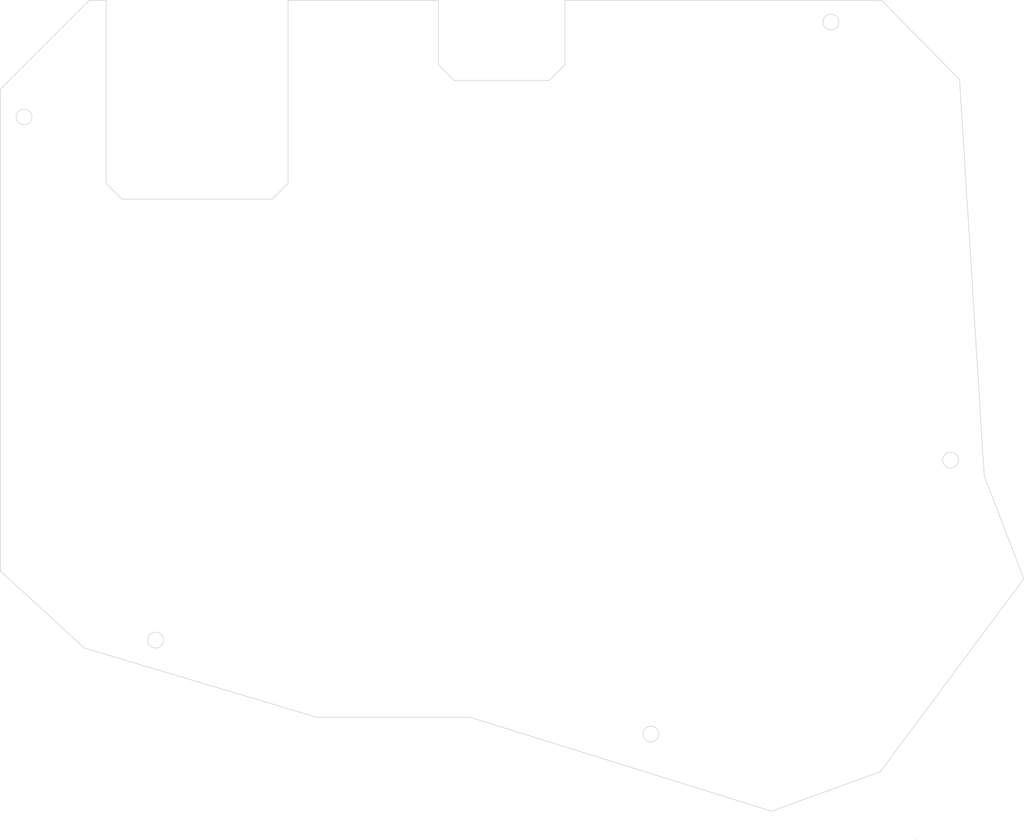
<source format=kicad_pcb>
(kicad_pcb (version 20171130) (host pcbnew "(5.1.2)-2")

  (general
    (thickness 1.6)
    (drawings 30)
    (tracks 0)
    (zones 0)
    (modules 0)
    (nets 1)
  )

  (page A4)
  (title_block
    (title "Redox keyboard PCB")
    (date 2018-05-05)
    (rev 1.0)
    (comment 1 "designed by Mattia Dal Ben (aka u/TiaMaT102)")
    (comment 2 https://github.com/mattdibi/redox-keyboard)
  )

  (layers
    (0 F.Cu signal)
    (31 B.Cu signal hide)
    (32 B.Adhes user hide)
    (33 F.Adhes user hide)
    (34 B.Paste user hide)
    (35 F.Paste user hide)
    (36 B.SilkS user hide)
    (37 F.SilkS user hide)
    (38 B.Mask user hide)
    (39 F.Mask user hide)
    (40 Dwgs.User user hide)
    (41 Cmts.User user hide)
    (42 Eco1.User user hide)
    (43 Eco2.User user hide)
    (44 Edge.Cuts user)
    (45 Margin user hide)
    (46 B.CrtYd user hide)
    (47 F.CrtYd user hide)
    (48 B.Fab user hide)
    (49 F.Fab user hide)
  )

  (setup
    (last_trace_width 0.25)
    (trace_clearance 0.2)
    (zone_clearance 0.508)
    (zone_45_only no)
    (trace_min 0.2)
    (via_size 0.6)
    (via_drill 0.4)
    (via_min_size 0.4)
    (via_min_drill 0.3)
    (uvia_size 0.3)
    (uvia_drill 0.1)
    (uvias_allowed no)
    (uvia_min_size 0.2)
    (uvia_min_drill 0.1)
    (edge_width 0.1)
    (segment_width 0.2)
    (pcb_text_width 0.3)
    (pcb_text_size 1.5 1.5)
    (mod_edge_width 0.15)
    (mod_text_size 1 1)
    (mod_text_width 0.15)
    (pad_size 1.5 1.5)
    (pad_drill 0.6)
    (pad_to_mask_clearance 0)
    (aux_axis_origin 0 0)
    (visible_elements 7FFFFFFF)
    (pcbplotparams
      (layerselection 0x010fc_ffffffff)
      (usegerberextensions true)
      (usegerberattributes false)
      (usegerberadvancedattributes false)
      (creategerberjobfile false)
      (excludeedgelayer true)
      (linewidth 0.100000)
      (plotframeref false)
      (viasonmask false)
      (mode 1)
      (useauxorigin false)
      (hpglpennumber 1)
      (hpglpenspeed 20)
      (hpglpendiameter 15.000000)
      (psnegative false)
      (psa4output false)
      (plotreference true)
      (plotvalue true)
      (plotinvisibletext false)
      (padsonsilk false)
      (subtractmaskfromsilk false)
      (outputformat 1)
      (mirror false)
      (drillshape 0)
      (scaleselection 1)
      (outputdirectory "gerber_files/"))
  )

  (net 0 "")

  (net_class Default "Questo è il gruppo di collegamenti predefinito"
    (clearance 0.2)
    (trace_width 0.25)
    (via_dia 0.6)
    (via_drill 0.4)
    (uvia_dia 0.3)
    (uvia_drill 0.1)
  )

  (gr_line (start 140.97 40.48125) (end 116.84 40.48125) (layer Edge.Cuts) (width 0.1) (tstamp 5DBCDCFA))
  (gr_line (start 87.63 69.85) (end 87.63 40.48125) (layer Edge.Cuts) (width 0.1))
  (gr_line (start 116.84 69.85) (end 116.84 40.48125) (layer Edge.Cuts) (width 0.1))
  (gr_line (start 161.29 50.8) (end 161.29 40.48125) (layer Edge.Cuts) (width 0.1))
  (gr_line (start 140.97 50.8) (end 140.97 40.48125) (layer Edge.Cuts) (width 0.1))
  (gr_line (start 158.75 53.34) (end 161.29 50.8) (layer Edge.Cuts) (width 0.1) (tstamp 5DBCDC7A))
  (gr_line (start 87.63 69.85) (end 90.17 72.39) (layer Edge.Cuts) (width 0.1) (tstamp 5DBCDC79))
  (gr_line (start 90.17 72.39) (end 114.3 72.39) (layer Edge.Cuts) (width 0.1) (tstamp 5DBCDC78))
  (gr_line (start 140.97 50.8) (end 143.51 53.34) (layer Edge.Cuts) (width 0.1) (tstamp 5DBCDC77))
  (gr_line (start 143.51 53.34) (end 158.75 53.34) (layer Edge.Cuts) (width 0.1) (tstamp 5DBCDC76))
  (gr_line (start 114.3 72.39) (end 116.84 69.85) (layer Edge.Cuts) (width 0.1) (tstamp 5DBCDC75))
  (gr_circle (center 74.45375 59.21375) (end 75.72375 59.21375) (layer Edge.Cuts) (width 0.1))
  (gr_circle (center 203.99375 43.97375) (end 205.26375 43.97375) (layer Edge.Cuts) (width 0.1))
  (gr_circle (center 223.2025 114.3) (end 224.4725 114.3) (layer Edge.Cuts) (width 0.1))
  (gr_circle (center 175.10125 158.27375) (end 176.37125 158.27375) (layer Edge.Cuts) (width 0.1))
  (gr_circle (center 95.5675 143.1925) (end 96.8375 143.1925) (layer Edge.Cuts) (width 0.1))
  (gr_line (start 70.64375 54.76875) (end 70.64375 132.08) (layer Edge.Cuts) (width 0.1))
  (gr_line (start 70.64375 54.76875) (end 84.93125 40.48125) (layer Edge.Cuts) (width 0.1) (tstamp 5DB46CBB))
  (gr_line (start 84.1375 144.4625) (end 70.64375 132.08) (layer Edge.Cuts) (width 0.1))
  (gr_line (start 121.44375 155.575) (end 84.1375 144.4625) (layer Edge.Cuts) (width 0.1))
  (gr_line (start 146.05 155.575) (end 121.44375 155.575) (layer Edge.Cuts) (width 0.1))
  (gr_line (start 194.46875 170.65625) (end 146.05 155.575) (layer Edge.Cuts) (width 0.1))
  (gr_line (start 211.93125 164.30625) (end 194.46875 170.65625) (layer Edge.Cuts) (width 0.1))
  (gr_line (start 234.95 133.35) (end 211.93125 164.30625) (layer Edge.Cuts) (width 0.1))
  (gr_line (start 228.6 116.84) (end 234.95 133.35) (layer Edge.Cuts) (width 0.1))
  (gr_line (start 224.63125 53.18125) (end 228.6 116.84) (layer Edge.Cuts) (width 0.1))
  (gr_line (start 212.09 40.48125) (end 224.63125 53.18125) (layer Edge.Cuts) (width 0.1))
  (gr_line (start 161.29 40.48125) (end 212.09 40.48125) (layer Edge.Cuts) (width 0.1))
  (gr_line (start 84.93125 40.48125) (end 87.63 40.48125) (layer Edge.Cuts) (width 0.1))
  (gr_line (start 217.551 175.26) (end 217.678 175.26) (angle 90) (layer Edge.Cuts) (width 0.1))

)

</source>
